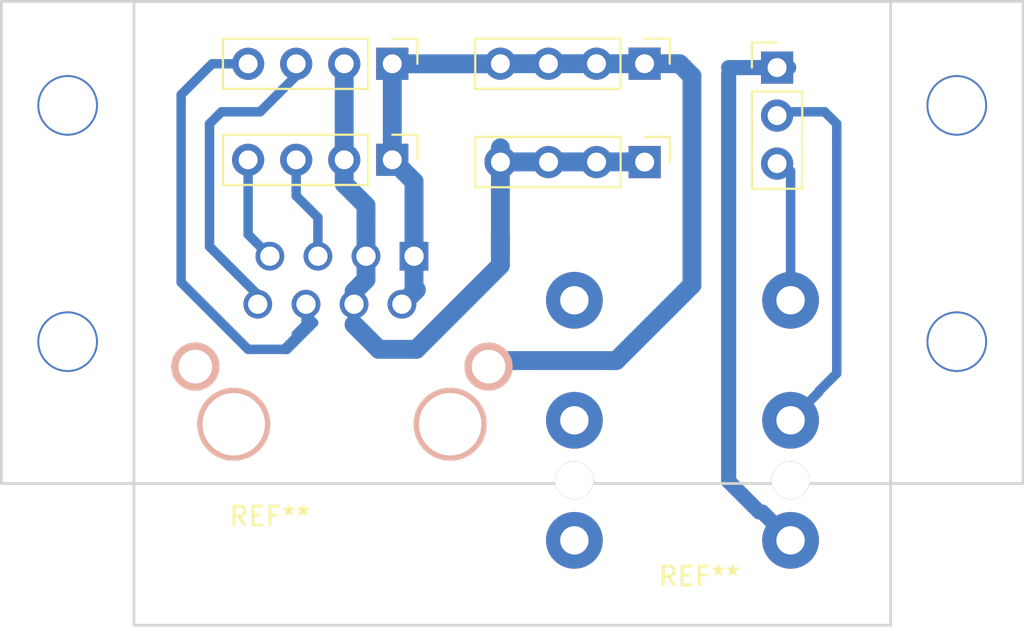
<source format=kicad_pcb>
(kicad_pcb (version 20171130) (host pcbnew 5.0.0)

  (general
    (thickness 1.6)
    (drawings 2)
    (tracks 76)
    (zones 0)
    (modules 7)
    (nets 1)
  )

  (page A4)
  (layers
    (0 F.Cu signal)
    (31 B.Cu signal)
    (32 B.Adhes user)
    (33 F.Adhes user)
    (34 B.Paste user)
    (35 F.Paste user)
    (36 B.SilkS user)
    (37 F.SilkS user)
    (38 B.Mask user)
    (39 F.Mask user)
    (40 Dwgs.User user)
    (41 Cmts.User user hide)
    (42 Eco1.User user)
    (43 Eco2.User user)
    (44 Edge.Cuts user)
    (45 Margin user)
    (46 B.CrtYd user)
    (47 F.CrtYd user)
    (48 B.Fab user)
    (49 F.Fab user)
  )

  (setup
    (last_trace_width 0.5)
    (trace_clearance 0.2)
    (zone_clearance 0.508)
    (zone_45_only no)
    (trace_min 0.2)
    (segment_width 0.2)
    (edge_width 0.01)
    (via_size 0.8)
    (via_drill 0.4)
    (via_min_size 0.4)
    (via_min_drill 0.3)
    (uvia_size 0.3)
    (uvia_drill 0.1)
    (uvias_allowed no)
    (uvia_min_size 0.2)
    (uvia_min_drill 0.1)
    (pcb_text_width 0.3)
    (pcb_text_size 1.5 1.5)
    (mod_edge_width 0.15)
    (mod_text_size 1 1)
    (mod_text_width 0.15)
    (pad_size 1.524 1.524)
    (pad_drill 0.762)
    (pad_to_mask_clearance 0.2)
    (aux_axis_origin 53 80)
    (visible_elements FFFFFF7F)
    (pcbplotparams
      (layerselection 0x01000_fffffffe)
      (usegerberextensions false)
      (usegerberattributes false)
      (usegerberadvancedattributes false)
      (creategerberjobfile false)
      (excludeedgelayer true)
      (linewidth 0.150000)
      (plotframeref false)
      (viasonmask false)
      (mode 1)
      (useauxorigin true)
      (hpglpennumber 1)
      (hpglpenspeed 20)
      (hpglpendiameter 15.000000)
      (psnegative false)
      (psa4output false)
      (plotreference true)
      (plotvalue true)
      (plotinvisibletext false)
      (padsonsilk false)
      (subtractmaskfromsilk false)
      (outputformat 1)
      (mirror false)
      (drillshape 0)
      (scaleselection 1)
      (outputdirectory "./"))
  )

  (net 0 "")

  (net_class Default "This is the default net class."
    (clearance 0.2)
    (trace_width 0.5)
    (via_dia 0.8)
    (via_drill 0.4)
    (uvia_dia 0.3)
    (uvia_drill 0.1)
  )

  (net_class power ""
    (clearance 0.2)
    (trace_width 0.8)
    (via_dia 0.8)
    (via_drill 0.4)
    (uvia_dia 0.3)
    (uvia_drill 0.1)
  )

  (module Pin_Headers:Pin_Header_Straight_1x04_Pitch2.54mm (layer F.Cu) (tedit 5B6072B9) (tstamp 5B608A69)
    (at 73.66 50.3 270)
    (descr "Through hole straight pin header, 1x04, 2.54mm pitch, single row")
    (tags "Through hole pin header THT 1x04 2.54mm single row")
    (fp_text reference "" (at 0 -2.33 270) (layer F.SilkS)
      (effects (font (size 1 1) (thickness 0.15)))
    )
    (fp_text value "" (at 0 9.95 270) (layer F.Fab)
      (effects (font (size 1 1) (thickness 0.15)))
    )
    (fp_text user %R (at 0 3.81) (layer F.Fab)
      (effects (font (size 1 1) (thickness 0.15)))
    )
    (fp_line (start 1.8 -1.8) (end -1.8 -1.8) (layer F.CrtYd) (width 0.05))
    (fp_line (start 1.8 9.4) (end 1.8 -1.8) (layer F.CrtYd) (width 0.05))
    (fp_line (start -1.8 9.4) (end 1.8 9.4) (layer F.CrtYd) (width 0.05))
    (fp_line (start -1.8 -1.8) (end -1.8 9.4) (layer F.CrtYd) (width 0.05))
    (fp_line (start -1.33 -1.33) (end 0 -1.33) (layer F.SilkS) (width 0.12))
    (fp_line (start -1.33 0) (end -1.33 -1.33) (layer F.SilkS) (width 0.12))
    (fp_line (start -1.33 1.27) (end 1.33 1.27) (layer F.SilkS) (width 0.12))
    (fp_line (start 1.33 1.27) (end 1.33 8.95) (layer F.SilkS) (width 0.12))
    (fp_line (start -1.33 1.27) (end -1.33 8.95) (layer F.SilkS) (width 0.12))
    (fp_line (start -1.33 8.95) (end 1.33 8.95) (layer F.SilkS) (width 0.12))
    (fp_line (start -1.27 -0.635) (end -0.635 -1.27) (layer F.Fab) (width 0.1))
    (fp_line (start -1.27 8.89) (end -1.27 -0.635) (layer F.Fab) (width 0.1))
    (fp_line (start 1.27 8.89) (end -1.27 8.89) (layer F.Fab) (width 0.1))
    (fp_line (start 1.27 -1.27) (end 1.27 8.89) (layer F.Fab) (width 0.1))
    (fp_line (start -0.635 -1.27) (end 1.27 -1.27) (layer F.Fab) (width 0.1))
    (pad 4 thru_hole oval (at 0 7.62 270) (size 1.7 1.7) (drill 1) (layers *.Cu *.Mask))
    (pad 3 thru_hole oval (at 0 5.08 270) (size 1.7 1.7) (drill 1) (layers *.Cu *.Mask))
    (pad 2 thru_hole oval (at 0 2.54 270) (size 1.7 1.7) (drill 1) (layers *.Cu *.Mask))
    (pad 1 thru_hole rect (at 0 0 270) (size 1.7 1.7) (drill 1) (layers *.Cu *.Mask))
    (model ${KISYS3DMOD}/Pin_Headers.3dshapes/Pin_Header_Straight_1x04_Pitch2.54mm.wrl
      (at (xyz 0 0 0))
      (scale (xyz 1 1 1))
      (rotate (xyz 0 0 0))
    )
  )

  (module Pin_Headers:Pin_Header_Straight_1x04_Pitch2.54mm (layer F.Cu) (tedit 5B6072B9) (tstamp 5B60917D)
    (at 87 55.5 270)
    (descr "Through hole straight pin header, 1x04, 2.54mm pitch, single row")
    (tags "Through hole pin header THT 1x04 2.54mm single row")
    (fp_text reference "" (at 0 -2.33 270) (layer F.SilkS)
      (effects (font (size 1 1) (thickness 0.15)))
    )
    (fp_text value "" (at 0 9.95 270) (layer F.Fab)
      (effects (font (size 1 1) (thickness 0.15)))
    )
    (fp_text user %R (at 0 3.81) (layer F.Fab)
      (effects (font (size 1 1) (thickness 0.15)))
    )
    (fp_line (start 1.8 -1.8) (end -1.8 -1.8) (layer F.CrtYd) (width 0.05))
    (fp_line (start 1.8 9.4) (end 1.8 -1.8) (layer F.CrtYd) (width 0.05))
    (fp_line (start -1.8 9.4) (end 1.8 9.4) (layer F.CrtYd) (width 0.05))
    (fp_line (start -1.8 -1.8) (end -1.8 9.4) (layer F.CrtYd) (width 0.05))
    (fp_line (start -1.33 -1.33) (end 0 -1.33) (layer F.SilkS) (width 0.12))
    (fp_line (start -1.33 0) (end -1.33 -1.33) (layer F.SilkS) (width 0.12))
    (fp_line (start -1.33 1.27) (end 1.33 1.27) (layer F.SilkS) (width 0.12))
    (fp_line (start 1.33 1.27) (end 1.33 8.95) (layer F.SilkS) (width 0.12))
    (fp_line (start -1.33 1.27) (end -1.33 8.95) (layer F.SilkS) (width 0.12))
    (fp_line (start -1.33 8.95) (end 1.33 8.95) (layer F.SilkS) (width 0.12))
    (fp_line (start -1.27 -0.635) (end -0.635 -1.27) (layer F.Fab) (width 0.1))
    (fp_line (start -1.27 8.89) (end -1.27 -0.635) (layer F.Fab) (width 0.1))
    (fp_line (start 1.27 8.89) (end -1.27 8.89) (layer F.Fab) (width 0.1))
    (fp_line (start 1.27 -1.27) (end 1.27 8.89) (layer F.Fab) (width 0.1))
    (fp_line (start -0.635 -1.27) (end 1.27 -1.27) (layer F.Fab) (width 0.1))
    (pad 4 thru_hole oval (at 0 7.62 270) (size 1.7 1.7) (drill 1) (layers *.Cu *.Mask))
    (pad 3 thru_hole oval (at 0 5.08 270) (size 1.7 1.7) (drill 1) (layers *.Cu *.Mask))
    (pad 2 thru_hole oval (at 0 2.54 270) (size 1.7 1.7) (drill 1) (layers *.Cu *.Mask))
    (pad 1 thru_hole rect (at 0 0 270) (size 1.7 1.7) (drill 1) (layers *.Cu *.Mask))
    (model ${KISYS3DMOD}/Pin_Headers.3dshapes/Pin_Header_Straight_1x04_Pitch2.54mm.wrl
      (at (xyz 0 0 0))
      (scale (xyz 1 1 1))
      (rotate (xyz 0 0 0))
    )
  )

  (module Pin_Headers:Pin_Header_Straight_1x04_Pitch2.54mm (layer F.Cu) (tedit 5B6072B9) (tstamp 5B609166)
    (at 86.995 50.295 270)
    (descr "Through hole straight pin header, 1x04, 2.54mm pitch, single row")
    (tags "Through hole pin header THT 1x04 2.54mm single row")
    (fp_text reference "" (at 0 -2.33 270) (layer F.SilkS)
      (effects (font (size 1 1) (thickness 0.15)))
    )
    (fp_text value "" (at 0 9.95 270) (layer F.Fab)
      (effects (font (size 1 1) (thickness 0.15)))
    )
    (fp_line (start -0.635 -1.27) (end 1.27 -1.27) (layer F.Fab) (width 0.1))
    (fp_line (start 1.27 -1.27) (end 1.27 8.89) (layer F.Fab) (width 0.1))
    (fp_line (start 1.27 8.89) (end -1.27 8.89) (layer F.Fab) (width 0.1))
    (fp_line (start -1.27 8.89) (end -1.27 -0.635) (layer F.Fab) (width 0.1))
    (fp_line (start -1.27 -0.635) (end -0.635 -1.27) (layer F.Fab) (width 0.1))
    (fp_line (start -1.33 8.95) (end 1.33 8.95) (layer F.SilkS) (width 0.12))
    (fp_line (start -1.33 1.27) (end -1.33 8.95) (layer F.SilkS) (width 0.12))
    (fp_line (start 1.33 1.27) (end 1.33 8.95) (layer F.SilkS) (width 0.12))
    (fp_line (start -1.33 1.27) (end 1.33 1.27) (layer F.SilkS) (width 0.12))
    (fp_line (start -1.33 0) (end -1.33 -1.33) (layer F.SilkS) (width 0.12))
    (fp_line (start -1.33 -1.33) (end 0 -1.33) (layer F.SilkS) (width 0.12))
    (fp_line (start -1.8 -1.8) (end -1.8 9.4) (layer F.CrtYd) (width 0.05))
    (fp_line (start -1.8 9.4) (end 1.8 9.4) (layer F.CrtYd) (width 0.05))
    (fp_line (start 1.8 9.4) (end 1.8 -1.8) (layer F.CrtYd) (width 0.05))
    (fp_line (start 1.8 -1.8) (end -1.8 -1.8) (layer F.CrtYd) (width 0.05))
    (fp_text user %R (at 0 3.81) (layer F.Fab)
      (effects (font (size 1 1) (thickness 0.15)))
    )
    (pad 1 thru_hole rect (at 0 0 270) (size 1.7 1.7) (drill 1) (layers *.Cu *.Mask))
    (pad 2 thru_hole oval (at 0 2.54 270) (size 1.7 1.7) (drill 1) (layers *.Cu *.Mask))
    (pad 3 thru_hole oval (at 0 5.08 270) (size 1.7 1.7) (drill 1) (layers *.Cu *.Mask))
    (pad 4 thru_hole oval (at 0 7.62 270) (size 1.7 1.7) (drill 1) (layers *.Cu *.Mask))
    (model ${KISYS3DMOD}/Pin_Headers.3dshapes/Pin_Header_Straight_1x04_Pitch2.54mm.wrl
      (at (xyz 0 0 0))
      (scale (xyz 1 1 1))
      (rotate (xyz 0 0 0))
    )
  )

  (module Connectors:NMJ6HCD2 (layer F.Cu) (tedit 5B606EDE) (tstamp 5B6071F7)
    (at 89 59)
    (descr "NMJ6HCD2, TRS 1/4\\\\")
    (tags "NMJ6HCD2 TRS stereo jack connector")
    (fp_text reference REF** (at 0.89 18.41) (layer F.SilkS)
      (effects (font (size 1 1) (thickness 0.15)))
    )
    (fp_text value 6.3mmJack (at 0 1) (layer F.Fab)
      (effects (font (size 1 1) (thickness 0.15)))
    )
    (fp_line (start -8 0) (end -8 20.323509) (layer F.CrtYd) (width 0.05))
    (fp_line (start -8 21.3) (end 8 21.3) (layer F.CrtYd) (width 0.05))
    (fp_line (start 8 20.32158) (end 8 0) (layer F.CrtYd) (width 0.05))
    (fp_line (start -8 0) (end 8 0) (layer F.CrtYd) (width 0.05))
    (fp_line (start 8 21) (end 8 9.275) (layer F.CrtYd) (width 0.05))
    (fp_line (start -8 9.275) (end -8 21) (layer F.CrtYd) (width 0.05))
    (pad 6 thru_hole circle (at 5.715 10.16) (size 3 3) (drill 1.5) (layers *.Cu *.Mask))
    (pad 5 thru_hole circle (at 5.715 16.51) (size 3 3) (drill 1.5) (layers *.Cu *.Mask))
    (pad 4 thru_hole circle (at 5.715 3.81) (size 3 3) (drill 1.5) (layers *.Cu *.Mask))
    (pad 3 thru_hole circle (at -5.715 10.16) (size 3 3) (drill 1.5) (layers *.Cu *.Mask))
    (pad 2 thru_hole circle (at -5.715 16.51) (size 3 3) (drill 1.5) (layers *.Cu *.Mask))
    (pad 1 thru_hole circle (at -5.715 3.81) (size 3 3) (drill 1.5) (layers *.Cu *.Mask))
    (pad "" thru_hole circle (at -5.715 13.335) (size 2 2) (drill 2) (layers *.Cu *.Mask))
    (pad "" thru_hole circle (at 5.715 13.335) (size 2 2) (drill 2) (layers *.Cu *.Mask))
    (model ${KISYS3DMOD}/Connectors.3dshapes/NMJ6HCD2.wrl
      (offset (xyz 8.127999877929687 4.317999935150147 0))
      (scale (xyz 0.39 0.39 0.39))
      (rotate (xyz -90 0 180))
    )
  )

  (module Connectors:RJ45_TRANSFO (layer F.Cu) (tedit 5B606DAF) (tstamp 5B6062FD)
    (at 71 59)
    (tags RJ45)
    (fp_text reference REF** (at -3.81 15.24) (layer F.SilkS)
      (effects (font (size 1 1) (thickness 0.15)))
    )
    (fp_text value RJ45_TRANSFO (at -3.81 11.43) (layer F.Fab)
      (effects (font (size 1 1) (thickness 0.15)))
    )
    (fp_line (start -8 0) (end 8 0) (layer F.CrtYd) (width 0.05))
    (fp_line (start -8 0) (end -8 21.3) (layer F.CrtYd) (width 0.05))
    (fp_line (start 8 21.3) (end 8 0) (layer F.CrtYd) (width 0.05))
    (fp_line (start 8 21.3) (end -8 21.3) (layer F.CrtYd) (width 0.05))
    (pad Hole thru_hole circle (at 5.72 10.368) (size 3.85 3.85) (drill 3.3) (layers *.Cu *.SilkS *.Mask))
    (pad Hole thru_hole circle (at -5.72 10.368) (size 3.85 3.85) (drill 3.3) (layers *.Cu *.SilkS *.Mask))
    (pad 8 thru_hole circle (at -4.45 4.018) (size 1.52 1.52) (drill 1.02) (layers *.Cu *.Mask))
    (pad 7 thru_hole circle (at -3.81 1.478) (size 1.52 1.52) (drill 1.02) (layers *.Cu *.Mask))
    (pad 6 thru_hole circle (at -1.9 4.018) (size 1.52 1.52) (drill 1.02) (layers *.Cu *.Mask))
    (pad 5 thru_hole circle (at -1.27 1.478) (size 1.52 1.52) (drill 1.02) (layers *.Cu *.Mask))
    (pad 4 thru_hole circle (at 0.64 4.018) (size 1.52 1.52) (drill 1.02) (layers *.Cu *.Mask))
    (pad 3 thru_hole circle (at 1.27 1.478) (size 1.52 1.52) (drill 1.02) (layers *.Cu *.Mask))
    (pad 2 thru_hole circle (at 3.17 4.018) (size 1.52 1.52) (drill 1.02) (layers *.Cu *.Mask))
    (pad 13 thru_hole circle (at 7.75 7.318) (size 2.54 2.54) (drill 1.78) (layers *.Cu *.SilkS *.Mask))
    (pad 13 thru_hole circle (at -7.75 7.318) (size 2.54 2.54) (drill 1.78) (layers *.Cu *.SilkS *.Mask))
    (pad 1 thru_hole rect (at 3.81 1.478) (size 1.52 1.52) (drill 1.02) (layers *.Cu *.Mask))
  )

  (module Pin_Headers:Pin_Header_Straight_1x04_Pitch2.54mm (layer F.Cu) (tedit 5B6072B9) (tstamp 5B6088ED)
    (at 73.66 55.38 270)
    (descr "Through hole straight pin header, 1x04, 2.54mm pitch, single row")
    (tags "Through hole pin header THT 1x04 2.54mm single row")
    (fp_text reference "" (at 0 -2.33 270) (layer F.SilkS)
      (effects (font (size 1 1) (thickness 0.15)))
    )
    (fp_text value "" (at 0 9.95 270) (layer F.Fab)
      (effects (font (size 1 1) (thickness 0.15)))
    )
    (fp_text user %R (at 0 3.81) (layer F.Fab)
      (effects (font (size 1 1) (thickness 0.15)))
    )
    (fp_line (start 1.8 -1.8) (end -1.8 -1.8) (layer F.CrtYd) (width 0.05))
    (fp_line (start 1.8 9.4) (end 1.8 -1.8) (layer F.CrtYd) (width 0.05))
    (fp_line (start -1.8 9.4) (end 1.8 9.4) (layer F.CrtYd) (width 0.05))
    (fp_line (start -1.8 -1.8) (end -1.8 9.4) (layer F.CrtYd) (width 0.05))
    (fp_line (start -1.33 -1.33) (end 0 -1.33) (layer F.SilkS) (width 0.12))
    (fp_line (start -1.33 0) (end -1.33 -1.33) (layer F.SilkS) (width 0.12))
    (fp_line (start -1.33 1.27) (end 1.33 1.27) (layer F.SilkS) (width 0.12))
    (fp_line (start 1.33 1.27) (end 1.33 8.95) (layer F.SilkS) (width 0.12))
    (fp_line (start -1.33 1.27) (end -1.33 8.95) (layer F.SilkS) (width 0.12))
    (fp_line (start -1.33 8.95) (end 1.33 8.95) (layer F.SilkS) (width 0.12))
    (fp_line (start -1.27 -0.635) (end -0.635 -1.27) (layer F.Fab) (width 0.1))
    (fp_line (start -1.27 8.89) (end -1.27 -0.635) (layer F.Fab) (width 0.1))
    (fp_line (start 1.27 8.89) (end -1.27 8.89) (layer F.Fab) (width 0.1))
    (fp_line (start 1.27 -1.27) (end 1.27 8.89) (layer F.Fab) (width 0.1))
    (fp_line (start -0.635 -1.27) (end 1.27 -1.27) (layer F.Fab) (width 0.1))
    (pad 4 thru_hole oval (at 0 7.62 270) (size 1.7 1.7) (drill 1) (layers *.Cu *.Mask))
    (pad 3 thru_hole oval (at 0 5.08 270) (size 1.7 1.7) (drill 1) (layers *.Cu *.Mask))
    (pad 2 thru_hole oval (at 0 2.54 270) (size 1.7 1.7) (drill 1) (layers *.Cu *.Mask))
    (pad 1 thru_hole rect (at 0 0 270) (size 1.7 1.7) (drill 1) (layers *.Cu *.Mask))
    (model ${KISYS3DMOD}/Pin_Headers.3dshapes/Pin_Header_Straight_1x04_Pitch2.54mm.wrl
      (at (xyz 0 0 0))
      (scale (xyz 1 1 1))
      (rotate (xyz 0 0 0))
    )
  )

  (module Pin_Headers:Pin_Header_Straight_1x03_Pitch2.54mm (layer F.Cu) (tedit 5B6073B9) (tstamp 5B608D5F)
    (at 94 50.5)
    (descr "Through hole straight pin header, 1x03, 2.54mm pitch, single row")
    (tags "Through hole pin header THT 1x03 2.54mm single row")
    (fp_text reference "" (at 0 -2.33) (layer F.SilkS)
      (effects (font (size 1 1) (thickness 0.15)))
    )
    (fp_text value "" (at 0 7.41) (layer F.Fab)
      (effects (font (size 1 1) (thickness 0.15)))
    )
    (fp_line (start -0.635 -1.27) (end 1.27 -1.27) (layer F.Fab) (width 0.1))
    (fp_line (start 1.27 -1.27) (end 1.27 6.35) (layer F.Fab) (width 0.1))
    (fp_line (start 1.27 6.35) (end -1.27 6.35) (layer F.Fab) (width 0.1))
    (fp_line (start -1.27 6.35) (end -1.27 -0.635) (layer F.Fab) (width 0.1))
    (fp_line (start -1.27 -0.635) (end -0.635 -1.27) (layer F.Fab) (width 0.1))
    (fp_line (start -1.33 6.41) (end 1.33 6.41) (layer F.SilkS) (width 0.12))
    (fp_line (start -1.33 1.27) (end -1.33 6.41) (layer F.SilkS) (width 0.12))
    (fp_line (start 1.33 1.27) (end 1.33 6.41) (layer F.SilkS) (width 0.12))
    (fp_line (start -1.33 1.27) (end 1.33 1.27) (layer F.SilkS) (width 0.12))
    (fp_line (start -1.33 0) (end -1.33 -1.33) (layer F.SilkS) (width 0.12))
    (fp_line (start -1.33 -1.33) (end 0 -1.33) (layer F.SilkS) (width 0.12))
    (fp_line (start -1.8 -1.8) (end -1.8 6.85) (layer F.CrtYd) (width 0.05))
    (fp_line (start -1.8 6.85) (end 1.8 6.85) (layer F.CrtYd) (width 0.05))
    (fp_line (start 1.8 6.85) (end 1.8 -1.8) (layer F.CrtYd) (width 0.05))
    (fp_line (start 1.8 -1.8) (end -1.8 -1.8) (layer F.CrtYd) (width 0.05))
    (fp_text user %R (at 0 2.54 90) (layer F.Fab)
      (effects (font (size 1 1) (thickness 0.15)))
    )
    (pad 1 thru_hole rect (at 0 0) (size 1.7 1.7) (drill 1) (layers *.Cu *.Mask))
    (pad 2 thru_hole oval (at 0 2.54) (size 1.7 1.7) (drill 1) (layers *.Cu *.Mask))
    (pad 3 thru_hole oval (at 0 5.08) (size 1.7 1.7) (drill 1) (layers *.Cu *.Mask))
    (model ${KISYS3DMOD}/Pin_Headers.3dshapes/Pin_Header_Straight_1x03_Pitch2.54mm.wrl
      (at (xyz 0 0 0))
      (scale (xyz 1 1 1))
      (rotate (xyz 0 0 0))
    )
  )

  (gr_poly (pts (xy 53 47) (xy 53 72.5) (xy 107 72.5) (xy 107 47)) (layer Edge.Cuts) (width 0.15))
  (gr_poly (pts (xy 60 47) (xy 100 47) (xy 100 80) (xy 60 80)) (layer Edge.Cuts) (width 0.15))

  (segment (start 69.73 60.478) (end 69.73 58.935) (width 0.5) (layer B.Cu) (net 0))
  (segment (start 68.58 57.285) (end 68.58 55.38) (width 0.5) (layer B.Cu) (net 0))
  (segment (start 69.73 58.435) (end 68.58 57.285) (width 0.5) (layer B.Cu) (net 0))
  (segment (start 69.1 64.092802) (end 68.58 64.612802) (width 0.5) (layer B.Cu) (net 0))
  (segment (start 69.1 63.018) (end 69.1 64.092802) (width 0.5) (layer B.Cu) (net 0))
  (segment (start 72.27 60.478) (end 72.27 58.3) (width 1) (layer B.Cu) (net 0))
  (segment (start 71.12 50.3) (end 71.12 55.38) (width 1) (layer B.Cu) (net 0))
  (segment (start 71.64 63.018) (end 71.64 62.345) (width 0.5) (layer F.Cu) (net 0))
  (segment (start 72.27 61.715) (end 72.27 60.478) (width 1) (layer B.Cu) (net 0))
  (segment (start 71.64 62.345) (end 72.27 61.715) (width 1) (layer B.Cu) (net 0))
  (segment (start 74.81 62.138) (end 74.81 60.478) (width 1) (layer B.Cu) (net 0))
  (segment (start 74.81 59.978) (end 74.81 56.53) (width 1) (layer B.Cu) (net 0))
  (segment (start 73.66 55.38) (end 73.66 50.3) (width 1) (layer B.Cu) (net 0))
  (segment (start 71.64 64.092802) (end 72.952198 65.405) (width 1) (layer B.Cu) (net 0))
  (segment (start 71.64 63.018) (end 71.64 64.092802) (width 0.5) (layer B.Cu) (net 0))
  (segment (start 72.952198 65.405) (end 74.93 65.405) (width 1) (layer B.Cu) (net 0))
  (segment (start 74.93 65.405) (end 79.375 60.96) (width 1) (layer B.Cu) (net 0))
  (segment (start 79.37 55.49) (end 81.91 55.49) (width 1) (layer B.Cu) (net 0))
  (segment (start 81.91 55.49) (end 84.45 55.49) (width 1) (layer B.Cu) (net 0))
  (segment (start 84.45 55.49) (end 86.99 55.49) (width 1) (layer B.Cu) (net 0))
  (segment (start 79.37 50.3) (end 79.375 50.295) (width 0.5) (layer F.Cu) (net 0))
  (segment (start 73.66 50.3) (end 79.37 50.3) (width 1) (layer B.Cu) (net 0))
  (segment (start 79.375 50.295) (end 81.915 50.295) (width 1) (layer B.Cu) (net 0))
  (segment (start 81.915 50.295) (end 84.455 50.295) (width 1) (layer B.Cu) (net 0))
  (segment (start 84.455 50.295) (end 86.995 50.295) (width 1) (layer B.Cu) (net 0))
  (segment (start 94.715 55.98) (end 94.615 55.88) (width 0.5) (layer F.Cu) (net 0))
  (segment (start 94.715 62.81) (end 94.715 55.98) (width 0.5) (layer B.Cu) (net 0))
  (segment (start 94.715 69.16) (end 96.214999 67.660001) (width 0.5) (layer B.Cu) (net 0))
  (segment (start 96.214999 67.615001) (end 97.155 66.675) (width 0.5) (layer B.Cu) (net 0))
  (segment (start 96.52 52.84) (end 94.615 52.84) (width 0.5) (layer B.Cu) (net 0))
  (segment (start 97.155 53.475) (end 96.52 52.84) (width 0.5) (layer B.Cu) (net 0))
  (segment (start 94.715 75.51) (end 93.215001 74.010001) (width 0.8) (layer B.Cu) (net 0))
  (segment (start 93.060001 74.010001) (end 91.44 72.39) (width 0.8) (layer B.Cu) (net 0))
  (segment (start 91.44 72.39) (end 91.44 50.8) (width 0.8) (layer B.Cu) (net 0))
  (segment (start 91.44 50.5) (end 94.615 50.5) (width 0.8) (layer B.Cu) (net 0))
  (segment (start 72.27 57.8) (end 71.12 56.65) (width 1) (layer B.Cu) (net 0))
  (segment (start 71.12 56.65) (end 71.12 55.38) (width 1) (layer B.Cu) (net 0))
  (segment (start 74.929999 62.258001) (end 74.17 63.018) (width 1) (layer B.Cu) (net 0))
  (segment (start 74.81 62.138) (end 74.929999 62.258001) (width 1) (layer B.Cu) (net 0))
  (segment (start 74.81 56.53) (end 73.66 55.38) (width 1) (layer B.Cu) (net 0))
  (via (at 56.5 65) (size 3.2) (drill 3) (layers F.Cu B.Cu) (net 0))
  (via (at 56.5 52.5) (size 3.2) (drill 3) (layers F.Cu B.Cu) (net 0))
  (via (at 103.5 52.5) (size 3.2) (drill 3) (layers F.Cu B.Cu) (net 0) (tstamp 5B60A0AD))
  (via (at 103.5 65) (size 3.2) (drill 3) (layers F.Cu B.Cu) (net 0) (tstamp 5B60A0AE))
  (segment (start 64 59.968) (end 67.05 63.018) (width 0.5) (layer B.Cu) (net 0))
  (segment (start 64.635 52.84) (end 64 53.475) (width 0.5) (layer B.Cu) (net 0))
  (segment (start 68.58 50.935) (end 66.675 52.84) (width 0.5) (layer B.Cu) (net 0))
  (segment (start 64 53.475) (end 64 59.968) (width 0.5) (layer B.Cu) (net 0))
  (segment (start 66.04 59.328) (end 67.19 60.478) (width 0.5) (layer B.Cu) (net 0))
  (segment (start 66.04 55.38) (end 66.04 59.328) (width 0.5) (layer B.Cu) (net 0))
  (segment (start 69.73 58.435) (end 69.73 58.935) (width 0.5) (layer B.Cu) (net 0))
  (segment (start 72.27 57.8) (end 72.27 58.3) (width 1) (layer B.Cu) (net 0))
  (segment (start 74.81 56.53) (end 74.81 60.478) (width 1) (layer B.Cu) (net 0))
  (segment (start 97.155 54.5) (end 97.155 53.475) (width 0.5) (layer B.Cu) (net 0))
  (segment (start 97.155 54.5) (end 97.155 53.975) (width 0.5) (layer B.Cu) (net 0))
  (segment (start 97.155 66.675) (end 97.155 54.5) (width 0.5) (layer B.Cu) (net 0))
  (segment (start 79.375 60.96) (end 79.375 59.5) (width 1) (layer B.Cu) (net 0))
  (segment (start 79.375 60.46) (end 79.375 59.5) (width 1) (layer B.Cu) (net 0))
  (segment (start 79.375 59.5) (end 79.375 54.745) (width 1) (layer B.Cu) (net 0))
  (segment (start 79.068 66) (end 78.75 66.318) (width 1) (layer B.Cu) (net 0))
  (segment (start 89.5 62) (end 85.5 66) (width 1) (layer B.Cu) (net 0))
  (segment (start 85.5 66) (end 79.068 66) (width 1) (layer B.Cu) (net 0))
  (segment (start 89.5 50.95) (end 89.5 62) (width 1) (layer B.Cu) (net 0))
  (segment (start 86.995 50.295) (end 88.845 50.295) (width 1) (layer B.Cu) (net 0))
  (segment (start 88.845 50.295) (end 89.5 50.95) (width 1) (layer B.Cu) (net 0))
  (segment (start 64.635 52.84) (end 66.675 52.84) (width 0.5) (layer B.Cu) (net 0))
  (segment (start 67.945 65.405) (end 68.58 64.77) (width 0.5) (layer B.Cu) (net 0))
  (segment (start 66.04 65.405) (end 67.945 65.405) (width 0.5) (layer B.Cu) (net 0))
  (segment (start 62.5 51.935) (end 62.5 61.865) (width 0.5) (layer B.Cu) (net 0))
  (segment (start 62.5 61.865) (end 66.04 65.405) (width 0.5) (layer B.Cu) (net 0))
  (segment (start 66.04 50.3) (end 64.135 50.3) (width 0.5) (layer B.Cu) (net 0))
  (segment (start 64.135 50.3) (end 62.5 51.935) (width 0.5) (layer B.Cu) (net 0))
  (segment (start 67.945 65.405) (end 68.095 65.405) (width 0.5) (layer B.Cu) (net 0))
  (segment (start 68.095 65.405) (end 69.5 64) (width 0.5) (layer B.Cu) (net 0))
  (segment (start 69.1 63.6) (end 69.1 63.018) (width 0.5) (layer B.Cu) (net 0))
  (segment (start 69.5 64) (end 69.1 63.6) (width 0.5) (layer B.Cu) (net 0))

)

</source>
